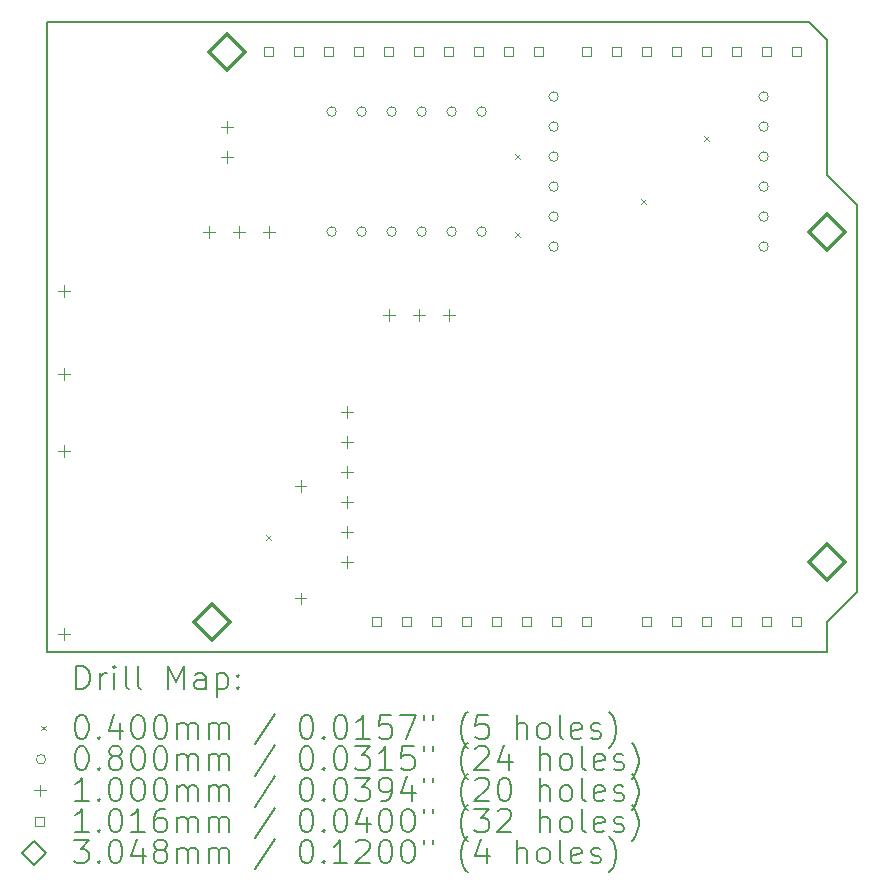
<source format=gbr>
%FSLAX45Y45*%
G04 Gerber Fmt 4.5, Leading zero omitted, Abs format (unit mm)*
G04 Created by KiCad (PCBNEW 6.0.2-378541a8eb~116~ubuntu20.04.1) date 2022-02-14 16:32:25*
%MOMM*%
%LPD*%
G01*
G04 APERTURE LIST*
%TA.AperFunction,Profile*%
%ADD10C,0.150000*%
%TD*%
%ADD11C,0.200000*%
%ADD12C,0.040000*%
%ADD13C,0.080000*%
%ADD14C,0.100000*%
%ADD15C,0.101600*%
%ADD16C,0.304800*%
G04 APERTURE END LIST*
D10*
X17957800Y-8851900D02*
X17703800Y-8597900D01*
X17703800Y-12636500D02*
X17703800Y-12382500D01*
X17703800Y-7454900D02*
X17551400Y-7302500D01*
X17703800Y-12382500D02*
X17957800Y-12128500D01*
X11099800Y-7302500D02*
X11099800Y-12636500D01*
X17957800Y-12128500D02*
X17957800Y-8851900D01*
X11099800Y-12636500D02*
X17703800Y-12636500D01*
X17551400Y-7302500D02*
X11099800Y-7302500D01*
X17703800Y-8597900D02*
X17703800Y-7454900D01*
D11*
D12*
X12959400Y-11651300D02*
X12999400Y-11691300D01*
X12999400Y-11651300D02*
X12959400Y-11691300D01*
X15067600Y-8425500D02*
X15107600Y-8465500D01*
X15107600Y-8425500D02*
X15067600Y-8465500D01*
X15067600Y-9085900D02*
X15107600Y-9125900D01*
X15107600Y-9085900D02*
X15067600Y-9125900D01*
X16134400Y-8806500D02*
X16174400Y-8846500D01*
X16174400Y-8806500D02*
X16134400Y-8846500D01*
X16667800Y-8273100D02*
X16707800Y-8313100D01*
X16707800Y-8273100D02*
X16667800Y-8313100D01*
D13*
X13552800Y-8064500D02*
G75*
G03*
X13552800Y-8064500I-40000J0D01*
G01*
X13552800Y-9080500D02*
G75*
G03*
X13552800Y-9080500I-40000J0D01*
G01*
X13806800Y-8064500D02*
G75*
G03*
X13806800Y-8064500I-40000J0D01*
G01*
X13806800Y-9080500D02*
G75*
G03*
X13806800Y-9080500I-40000J0D01*
G01*
X14060800Y-8064500D02*
G75*
G03*
X14060800Y-8064500I-40000J0D01*
G01*
X14060800Y-9080500D02*
G75*
G03*
X14060800Y-9080500I-40000J0D01*
G01*
X14314800Y-8064500D02*
G75*
G03*
X14314800Y-8064500I-40000J0D01*
G01*
X14314800Y-9080500D02*
G75*
G03*
X14314800Y-9080500I-40000J0D01*
G01*
X14568800Y-8064500D02*
G75*
G03*
X14568800Y-8064500I-40000J0D01*
G01*
X14568800Y-9080500D02*
G75*
G03*
X14568800Y-9080500I-40000J0D01*
G01*
X14822800Y-8064500D02*
G75*
G03*
X14822800Y-8064500I-40000J0D01*
G01*
X14822800Y-9080500D02*
G75*
G03*
X14822800Y-9080500I-40000J0D01*
G01*
X15432400Y-7937500D02*
G75*
G03*
X15432400Y-7937500I-40000J0D01*
G01*
X15432400Y-8191500D02*
G75*
G03*
X15432400Y-8191500I-40000J0D01*
G01*
X15432400Y-8445500D02*
G75*
G03*
X15432400Y-8445500I-40000J0D01*
G01*
X15432400Y-8699500D02*
G75*
G03*
X15432400Y-8699500I-40000J0D01*
G01*
X15432400Y-8953500D02*
G75*
G03*
X15432400Y-8953500I-40000J0D01*
G01*
X15432400Y-9207500D02*
G75*
G03*
X15432400Y-9207500I-40000J0D01*
G01*
X17210400Y-7937500D02*
G75*
G03*
X17210400Y-7937500I-40000J0D01*
G01*
X17210400Y-8191500D02*
G75*
G03*
X17210400Y-8191500I-40000J0D01*
G01*
X17210400Y-8445500D02*
G75*
G03*
X17210400Y-8445500I-40000J0D01*
G01*
X17210400Y-8699500D02*
G75*
G03*
X17210400Y-8699500I-40000J0D01*
G01*
X17210400Y-8953500D02*
G75*
G03*
X17210400Y-8953500I-40000J0D01*
G01*
X17210400Y-9207500D02*
G75*
G03*
X17210400Y-9207500I-40000J0D01*
G01*
D14*
X11249800Y-9536500D02*
X11249800Y-9636500D01*
X11199800Y-9586500D02*
X11299800Y-9586500D01*
X11249800Y-10236500D02*
X11249800Y-10336500D01*
X11199800Y-10286500D02*
X11299800Y-10286500D01*
X11249800Y-10886500D02*
X11249800Y-10986500D01*
X11199800Y-10936500D02*
X11299800Y-10936500D01*
X11249800Y-12436500D02*
X11249800Y-12536500D01*
X11199800Y-12486500D02*
X11299800Y-12486500D01*
X12471400Y-9030500D02*
X12471400Y-9130500D01*
X12421400Y-9080500D02*
X12521400Y-9080500D01*
X12623800Y-8141500D02*
X12623800Y-8241500D01*
X12573800Y-8191500D02*
X12673800Y-8191500D01*
X12623800Y-8395500D02*
X12623800Y-8495500D01*
X12573800Y-8445500D02*
X12673800Y-8445500D01*
X12725400Y-9030500D02*
X12725400Y-9130500D01*
X12675400Y-9080500D02*
X12775400Y-9080500D01*
X12979400Y-9030500D02*
X12979400Y-9130500D01*
X12929400Y-9080500D02*
X13029400Y-9080500D01*
X13249800Y-11186500D02*
X13249800Y-11286500D01*
X13199800Y-11236500D02*
X13299800Y-11236500D01*
X13249800Y-12136500D02*
X13249800Y-12236500D01*
X13199800Y-12186500D02*
X13299800Y-12186500D01*
X13639800Y-10554500D02*
X13639800Y-10654500D01*
X13589800Y-10604500D02*
X13689800Y-10604500D01*
X13639800Y-10808500D02*
X13639800Y-10908500D01*
X13589800Y-10858500D02*
X13689800Y-10858500D01*
X13639800Y-11062500D02*
X13639800Y-11162500D01*
X13589800Y-11112500D02*
X13689800Y-11112500D01*
X13639800Y-11316500D02*
X13639800Y-11416500D01*
X13589800Y-11366500D02*
X13689800Y-11366500D01*
X13639800Y-11570500D02*
X13639800Y-11670500D01*
X13589800Y-11620500D02*
X13689800Y-11620500D01*
X13639800Y-11824500D02*
X13639800Y-11924500D01*
X13589800Y-11874500D02*
X13689800Y-11874500D01*
X13995400Y-9739200D02*
X13995400Y-9839200D01*
X13945400Y-9789200D02*
X14045400Y-9789200D01*
X14249400Y-9739200D02*
X14249400Y-9839200D01*
X14199400Y-9789200D02*
X14299400Y-9789200D01*
X14503400Y-9739200D02*
X14503400Y-9839200D01*
X14453400Y-9789200D02*
X14553400Y-9789200D01*
D15*
X13015321Y-7592421D02*
X13015321Y-7520579D01*
X12943479Y-7520579D01*
X12943479Y-7592421D01*
X13015321Y-7592421D01*
X13269321Y-7592421D02*
X13269321Y-7520579D01*
X13197479Y-7520579D01*
X13197479Y-7592421D01*
X13269321Y-7592421D01*
X13523321Y-7592421D02*
X13523321Y-7520579D01*
X13451479Y-7520579D01*
X13451479Y-7592421D01*
X13523321Y-7592421D01*
X13777321Y-7592421D02*
X13777321Y-7520579D01*
X13705479Y-7520579D01*
X13705479Y-7592421D01*
X13777321Y-7592421D01*
X13929721Y-12418421D02*
X13929721Y-12346579D01*
X13857879Y-12346579D01*
X13857879Y-12418421D01*
X13929721Y-12418421D01*
X14031321Y-7592421D02*
X14031321Y-7520579D01*
X13959479Y-7520579D01*
X13959479Y-7592421D01*
X14031321Y-7592421D01*
X14183721Y-12418421D02*
X14183721Y-12346579D01*
X14111879Y-12346579D01*
X14111879Y-12418421D01*
X14183721Y-12418421D01*
X14285321Y-7592421D02*
X14285321Y-7520579D01*
X14213479Y-7520579D01*
X14213479Y-7592421D01*
X14285321Y-7592421D01*
X14437721Y-12418421D02*
X14437721Y-12346579D01*
X14365879Y-12346579D01*
X14365879Y-12418421D01*
X14437721Y-12418421D01*
X14539321Y-7592421D02*
X14539321Y-7520579D01*
X14467479Y-7520579D01*
X14467479Y-7592421D01*
X14539321Y-7592421D01*
X14691721Y-12418421D02*
X14691721Y-12346579D01*
X14619879Y-12346579D01*
X14619879Y-12418421D01*
X14691721Y-12418421D01*
X14793321Y-7592421D02*
X14793321Y-7520579D01*
X14721479Y-7520579D01*
X14721479Y-7592421D01*
X14793321Y-7592421D01*
X14945721Y-12418421D02*
X14945721Y-12346579D01*
X14873879Y-12346579D01*
X14873879Y-12418421D01*
X14945721Y-12418421D01*
X15047321Y-7592421D02*
X15047321Y-7520579D01*
X14975479Y-7520579D01*
X14975479Y-7592421D01*
X15047321Y-7592421D01*
X15199721Y-12418421D02*
X15199721Y-12346579D01*
X15127879Y-12346579D01*
X15127879Y-12418421D01*
X15199721Y-12418421D01*
X15301321Y-7592421D02*
X15301321Y-7520579D01*
X15229479Y-7520579D01*
X15229479Y-7592421D01*
X15301321Y-7592421D01*
X15453721Y-12418421D02*
X15453721Y-12346579D01*
X15381879Y-12346579D01*
X15381879Y-12418421D01*
X15453721Y-12418421D01*
X15707721Y-7592421D02*
X15707721Y-7520579D01*
X15635879Y-7520579D01*
X15635879Y-7592421D01*
X15707721Y-7592421D01*
X15707721Y-12418421D02*
X15707721Y-12346579D01*
X15635879Y-12346579D01*
X15635879Y-12418421D01*
X15707721Y-12418421D01*
X15961721Y-7592421D02*
X15961721Y-7520579D01*
X15889879Y-7520579D01*
X15889879Y-7592421D01*
X15961721Y-7592421D01*
X16215721Y-7592421D02*
X16215721Y-7520579D01*
X16143879Y-7520579D01*
X16143879Y-7592421D01*
X16215721Y-7592421D01*
X16215721Y-12418421D02*
X16215721Y-12346579D01*
X16143879Y-12346579D01*
X16143879Y-12418421D01*
X16215721Y-12418421D01*
X16469721Y-7592421D02*
X16469721Y-7520579D01*
X16397879Y-7520579D01*
X16397879Y-7592421D01*
X16469721Y-7592421D01*
X16469721Y-12418421D02*
X16469721Y-12346579D01*
X16397879Y-12346579D01*
X16397879Y-12418421D01*
X16469721Y-12418421D01*
X16723721Y-7592421D02*
X16723721Y-7520579D01*
X16651879Y-7520579D01*
X16651879Y-7592421D01*
X16723721Y-7592421D01*
X16723721Y-12418421D02*
X16723721Y-12346579D01*
X16651879Y-12346579D01*
X16651879Y-12418421D01*
X16723721Y-12418421D01*
X16977721Y-7592421D02*
X16977721Y-7520579D01*
X16905879Y-7520579D01*
X16905879Y-7592421D01*
X16977721Y-7592421D01*
X16977721Y-12418421D02*
X16977721Y-12346579D01*
X16905879Y-12346579D01*
X16905879Y-12418421D01*
X16977721Y-12418421D01*
X17231721Y-7592421D02*
X17231721Y-7520579D01*
X17159879Y-7520579D01*
X17159879Y-7592421D01*
X17231721Y-7592421D01*
X17231721Y-12418421D02*
X17231721Y-12346579D01*
X17159879Y-12346579D01*
X17159879Y-12418421D01*
X17231721Y-12418421D01*
X17485721Y-7592421D02*
X17485721Y-7520579D01*
X17413879Y-7520579D01*
X17413879Y-7592421D01*
X17485721Y-7592421D01*
X17485721Y-12418421D02*
X17485721Y-12346579D01*
X17413879Y-12346579D01*
X17413879Y-12418421D01*
X17485721Y-12418421D01*
D16*
X12496800Y-12534900D02*
X12649200Y-12382500D01*
X12496800Y-12230100D01*
X12344400Y-12382500D01*
X12496800Y-12534900D01*
X12623800Y-7708900D02*
X12776200Y-7556500D01*
X12623800Y-7404100D01*
X12471400Y-7556500D01*
X12623800Y-7708900D01*
X17703800Y-9232900D02*
X17856200Y-9080500D01*
X17703800Y-8928100D01*
X17551400Y-9080500D01*
X17703800Y-9232900D01*
X17703800Y-12026900D02*
X17856200Y-11874500D01*
X17703800Y-11722100D01*
X17551400Y-11874500D01*
X17703800Y-12026900D01*
D11*
X11349919Y-12954476D02*
X11349919Y-12754476D01*
X11397538Y-12754476D01*
X11426109Y-12764000D01*
X11445157Y-12783048D01*
X11454681Y-12802095D01*
X11464205Y-12840190D01*
X11464205Y-12868762D01*
X11454681Y-12906857D01*
X11445157Y-12925905D01*
X11426109Y-12944952D01*
X11397538Y-12954476D01*
X11349919Y-12954476D01*
X11549919Y-12954476D02*
X11549919Y-12821143D01*
X11549919Y-12859238D02*
X11559443Y-12840190D01*
X11568967Y-12830667D01*
X11588014Y-12821143D01*
X11607062Y-12821143D01*
X11673728Y-12954476D02*
X11673728Y-12821143D01*
X11673728Y-12754476D02*
X11664205Y-12764000D01*
X11673728Y-12773524D01*
X11683252Y-12764000D01*
X11673728Y-12754476D01*
X11673728Y-12773524D01*
X11797538Y-12954476D02*
X11778490Y-12944952D01*
X11768967Y-12925905D01*
X11768967Y-12754476D01*
X11902300Y-12954476D02*
X11883252Y-12944952D01*
X11873728Y-12925905D01*
X11873728Y-12754476D01*
X12130871Y-12954476D02*
X12130871Y-12754476D01*
X12197538Y-12897333D01*
X12264205Y-12754476D01*
X12264205Y-12954476D01*
X12445157Y-12954476D02*
X12445157Y-12849714D01*
X12435633Y-12830667D01*
X12416586Y-12821143D01*
X12378490Y-12821143D01*
X12359443Y-12830667D01*
X12445157Y-12944952D02*
X12426109Y-12954476D01*
X12378490Y-12954476D01*
X12359443Y-12944952D01*
X12349919Y-12925905D01*
X12349919Y-12906857D01*
X12359443Y-12887809D01*
X12378490Y-12878286D01*
X12426109Y-12878286D01*
X12445157Y-12868762D01*
X12540395Y-12821143D02*
X12540395Y-13021143D01*
X12540395Y-12830667D02*
X12559443Y-12821143D01*
X12597538Y-12821143D01*
X12616586Y-12830667D01*
X12626109Y-12840190D01*
X12635633Y-12859238D01*
X12635633Y-12916381D01*
X12626109Y-12935428D01*
X12616586Y-12944952D01*
X12597538Y-12954476D01*
X12559443Y-12954476D01*
X12540395Y-12944952D01*
X12721348Y-12935428D02*
X12730871Y-12944952D01*
X12721348Y-12954476D01*
X12711824Y-12944952D01*
X12721348Y-12935428D01*
X12721348Y-12954476D01*
X12721348Y-12830667D02*
X12730871Y-12840190D01*
X12721348Y-12849714D01*
X12711824Y-12840190D01*
X12721348Y-12830667D01*
X12721348Y-12849714D01*
D12*
X11052300Y-13264000D02*
X11092300Y-13304000D01*
X11092300Y-13264000D02*
X11052300Y-13304000D01*
D11*
X11388014Y-13174476D02*
X11407062Y-13174476D01*
X11426109Y-13184000D01*
X11435633Y-13193524D01*
X11445157Y-13212571D01*
X11454681Y-13250667D01*
X11454681Y-13298286D01*
X11445157Y-13336381D01*
X11435633Y-13355428D01*
X11426109Y-13364952D01*
X11407062Y-13374476D01*
X11388014Y-13374476D01*
X11368967Y-13364952D01*
X11359443Y-13355428D01*
X11349919Y-13336381D01*
X11340395Y-13298286D01*
X11340395Y-13250667D01*
X11349919Y-13212571D01*
X11359443Y-13193524D01*
X11368967Y-13184000D01*
X11388014Y-13174476D01*
X11540395Y-13355428D02*
X11549919Y-13364952D01*
X11540395Y-13374476D01*
X11530871Y-13364952D01*
X11540395Y-13355428D01*
X11540395Y-13374476D01*
X11721348Y-13241143D02*
X11721348Y-13374476D01*
X11673728Y-13164952D02*
X11626109Y-13307809D01*
X11749919Y-13307809D01*
X11864205Y-13174476D02*
X11883252Y-13174476D01*
X11902300Y-13184000D01*
X11911824Y-13193524D01*
X11921348Y-13212571D01*
X11930871Y-13250667D01*
X11930871Y-13298286D01*
X11921348Y-13336381D01*
X11911824Y-13355428D01*
X11902300Y-13364952D01*
X11883252Y-13374476D01*
X11864205Y-13374476D01*
X11845157Y-13364952D01*
X11835633Y-13355428D01*
X11826109Y-13336381D01*
X11816586Y-13298286D01*
X11816586Y-13250667D01*
X11826109Y-13212571D01*
X11835633Y-13193524D01*
X11845157Y-13184000D01*
X11864205Y-13174476D01*
X12054681Y-13174476D02*
X12073728Y-13174476D01*
X12092776Y-13184000D01*
X12102300Y-13193524D01*
X12111824Y-13212571D01*
X12121348Y-13250667D01*
X12121348Y-13298286D01*
X12111824Y-13336381D01*
X12102300Y-13355428D01*
X12092776Y-13364952D01*
X12073728Y-13374476D01*
X12054681Y-13374476D01*
X12035633Y-13364952D01*
X12026109Y-13355428D01*
X12016586Y-13336381D01*
X12007062Y-13298286D01*
X12007062Y-13250667D01*
X12016586Y-13212571D01*
X12026109Y-13193524D01*
X12035633Y-13184000D01*
X12054681Y-13174476D01*
X12207062Y-13374476D02*
X12207062Y-13241143D01*
X12207062Y-13260190D02*
X12216586Y-13250667D01*
X12235633Y-13241143D01*
X12264205Y-13241143D01*
X12283252Y-13250667D01*
X12292776Y-13269714D01*
X12292776Y-13374476D01*
X12292776Y-13269714D02*
X12302300Y-13250667D01*
X12321348Y-13241143D01*
X12349919Y-13241143D01*
X12368967Y-13250667D01*
X12378490Y-13269714D01*
X12378490Y-13374476D01*
X12473728Y-13374476D02*
X12473728Y-13241143D01*
X12473728Y-13260190D02*
X12483252Y-13250667D01*
X12502300Y-13241143D01*
X12530871Y-13241143D01*
X12549919Y-13250667D01*
X12559443Y-13269714D01*
X12559443Y-13374476D01*
X12559443Y-13269714D02*
X12568967Y-13250667D01*
X12588014Y-13241143D01*
X12616586Y-13241143D01*
X12635633Y-13250667D01*
X12645157Y-13269714D01*
X12645157Y-13374476D01*
X13035633Y-13164952D02*
X12864205Y-13422095D01*
X13292776Y-13174476D02*
X13311824Y-13174476D01*
X13330871Y-13184000D01*
X13340395Y-13193524D01*
X13349919Y-13212571D01*
X13359443Y-13250667D01*
X13359443Y-13298286D01*
X13349919Y-13336381D01*
X13340395Y-13355428D01*
X13330871Y-13364952D01*
X13311824Y-13374476D01*
X13292776Y-13374476D01*
X13273728Y-13364952D01*
X13264205Y-13355428D01*
X13254681Y-13336381D01*
X13245157Y-13298286D01*
X13245157Y-13250667D01*
X13254681Y-13212571D01*
X13264205Y-13193524D01*
X13273728Y-13184000D01*
X13292776Y-13174476D01*
X13445157Y-13355428D02*
X13454681Y-13364952D01*
X13445157Y-13374476D01*
X13435633Y-13364952D01*
X13445157Y-13355428D01*
X13445157Y-13374476D01*
X13578490Y-13174476D02*
X13597538Y-13174476D01*
X13616586Y-13184000D01*
X13626109Y-13193524D01*
X13635633Y-13212571D01*
X13645157Y-13250667D01*
X13645157Y-13298286D01*
X13635633Y-13336381D01*
X13626109Y-13355428D01*
X13616586Y-13364952D01*
X13597538Y-13374476D01*
X13578490Y-13374476D01*
X13559443Y-13364952D01*
X13549919Y-13355428D01*
X13540395Y-13336381D01*
X13530871Y-13298286D01*
X13530871Y-13250667D01*
X13540395Y-13212571D01*
X13549919Y-13193524D01*
X13559443Y-13184000D01*
X13578490Y-13174476D01*
X13835633Y-13374476D02*
X13721348Y-13374476D01*
X13778490Y-13374476D02*
X13778490Y-13174476D01*
X13759443Y-13203048D01*
X13740395Y-13222095D01*
X13721348Y-13231619D01*
X14016586Y-13174476D02*
X13921348Y-13174476D01*
X13911824Y-13269714D01*
X13921348Y-13260190D01*
X13940395Y-13250667D01*
X13988014Y-13250667D01*
X14007062Y-13260190D01*
X14016586Y-13269714D01*
X14026109Y-13288762D01*
X14026109Y-13336381D01*
X14016586Y-13355428D01*
X14007062Y-13364952D01*
X13988014Y-13374476D01*
X13940395Y-13374476D01*
X13921348Y-13364952D01*
X13911824Y-13355428D01*
X14092776Y-13174476D02*
X14226109Y-13174476D01*
X14140395Y-13374476D01*
X14292776Y-13174476D02*
X14292776Y-13212571D01*
X14368967Y-13174476D02*
X14368967Y-13212571D01*
X14664205Y-13450667D02*
X14654681Y-13441143D01*
X14635633Y-13412571D01*
X14626109Y-13393524D01*
X14616586Y-13364952D01*
X14607062Y-13317333D01*
X14607062Y-13279238D01*
X14616586Y-13231619D01*
X14626109Y-13203048D01*
X14635633Y-13184000D01*
X14654681Y-13155428D01*
X14664205Y-13145905D01*
X14835633Y-13174476D02*
X14740395Y-13174476D01*
X14730871Y-13269714D01*
X14740395Y-13260190D01*
X14759443Y-13250667D01*
X14807062Y-13250667D01*
X14826109Y-13260190D01*
X14835633Y-13269714D01*
X14845157Y-13288762D01*
X14845157Y-13336381D01*
X14835633Y-13355428D01*
X14826109Y-13364952D01*
X14807062Y-13374476D01*
X14759443Y-13374476D01*
X14740395Y-13364952D01*
X14730871Y-13355428D01*
X15083252Y-13374476D02*
X15083252Y-13174476D01*
X15168967Y-13374476D02*
X15168967Y-13269714D01*
X15159443Y-13250667D01*
X15140395Y-13241143D01*
X15111824Y-13241143D01*
X15092776Y-13250667D01*
X15083252Y-13260190D01*
X15292776Y-13374476D02*
X15273728Y-13364952D01*
X15264205Y-13355428D01*
X15254681Y-13336381D01*
X15254681Y-13279238D01*
X15264205Y-13260190D01*
X15273728Y-13250667D01*
X15292776Y-13241143D01*
X15321348Y-13241143D01*
X15340395Y-13250667D01*
X15349919Y-13260190D01*
X15359443Y-13279238D01*
X15359443Y-13336381D01*
X15349919Y-13355428D01*
X15340395Y-13364952D01*
X15321348Y-13374476D01*
X15292776Y-13374476D01*
X15473728Y-13374476D02*
X15454681Y-13364952D01*
X15445157Y-13345905D01*
X15445157Y-13174476D01*
X15626109Y-13364952D02*
X15607062Y-13374476D01*
X15568967Y-13374476D01*
X15549919Y-13364952D01*
X15540395Y-13345905D01*
X15540395Y-13269714D01*
X15549919Y-13250667D01*
X15568967Y-13241143D01*
X15607062Y-13241143D01*
X15626109Y-13250667D01*
X15635633Y-13269714D01*
X15635633Y-13288762D01*
X15540395Y-13307809D01*
X15711824Y-13364952D02*
X15730871Y-13374476D01*
X15768967Y-13374476D01*
X15788014Y-13364952D01*
X15797538Y-13345905D01*
X15797538Y-13336381D01*
X15788014Y-13317333D01*
X15768967Y-13307809D01*
X15740395Y-13307809D01*
X15721348Y-13298286D01*
X15711824Y-13279238D01*
X15711824Y-13269714D01*
X15721348Y-13250667D01*
X15740395Y-13241143D01*
X15768967Y-13241143D01*
X15788014Y-13250667D01*
X15864205Y-13450667D02*
X15873728Y-13441143D01*
X15892776Y-13412571D01*
X15902300Y-13393524D01*
X15911824Y-13364952D01*
X15921348Y-13317333D01*
X15921348Y-13279238D01*
X15911824Y-13231619D01*
X15902300Y-13203048D01*
X15892776Y-13184000D01*
X15873728Y-13155428D01*
X15864205Y-13145905D01*
D13*
X11092300Y-13548000D02*
G75*
G03*
X11092300Y-13548000I-40000J0D01*
G01*
D11*
X11388014Y-13438476D02*
X11407062Y-13438476D01*
X11426109Y-13448000D01*
X11435633Y-13457524D01*
X11445157Y-13476571D01*
X11454681Y-13514667D01*
X11454681Y-13562286D01*
X11445157Y-13600381D01*
X11435633Y-13619428D01*
X11426109Y-13628952D01*
X11407062Y-13638476D01*
X11388014Y-13638476D01*
X11368967Y-13628952D01*
X11359443Y-13619428D01*
X11349919Y-13600381D01*
X11340395Y-13562286D01*
X11340395Y-13514667D01*
X11349919Y-13476571D01*
X11359443Y-13457524D01*
X11368967Y-13448000D01*
X11388014Y-13438476D01*
X11540395Y-13619428D02*
X11549919Y-13628952D01*
X11540395Y-13638476D01*
X11530871Y-13628952D01*
X11540395Y-13619428D01*
X11540395Y-13638476D01*
X11664205Y-13524190D02*
X11645157Y-13514667D01*
X11635633Y-13505143D01*
X11626109Y-13486095D01*
X11626109Y-13476571D01*
X11635633Y-13457524D01*
X11645157Y-13448000D01*
X11664205Y-13438476D01*
X11702300Y-13438476D01*
X11721348Y-13448000D01*
X11730871Y-13457524D01*
X11740395Y-13476571D01*
X11740395Y-13486095D01*
X11730871Y-13505143D01*
X11721348Y-13514667D01*
X11702300Y-13524190D01*
X11664205Y-13524190D01*
X11645157Y-13533714D01*
X11635633Y-13543238D01*
X11626109Y-13562286D01*
X11626109Y-13600381D01*
X11635633Y-13619428D01*
X11645157Y-13628952D01*
X11664205Y-13638476D01*
X11702300Y-13638476D01*
X11721348Y-13628952D01*
X11730871Y-13619428D01*
X11740395Y-13600381D01*
X11740395Y-13562286D01*
X11730871Y-13543238D01*
X11721348Y-13533714D01*
X11702300Y-13524190D01*
X11864205Y-13438476D02*
X11883252Y-13438476D01*
X11902300Y-13448000D01*
X11911824Y-13457524D01*
X11921348Y-13476571D01*
X11930871Y-13514667D01*
X11930871Y-13562286D01*
X11921348Y-13600381D01*
X11911824Y-13619428D01*
X11902300Y-13628952D01*
X11883252Y-13638476D01*
X11864205Y-13638476D01*
X11845157Y-13628952D01*
X11835633Y-13619428D01*
X11826109Y-13600381D01*
X11816586Y-13562286D01*
X11816586Y-13514667D01*
X11826109Y-13476571D01*
X11835633Y-13457524D01*
X11845157Y-13448000D01*
X11864205Y-13438476D01*
X12054681Y-13438476D02*
X12073728Y-13438476D01*
X12092776Y-13448000D01*
X12102300Y-13457524D01*
X12111824Y-13476571D01*
X12121348Y-13514667D01*
X12121348Y-13562286D01*
X12111824Y-13600381D01*
X12102300Y-13619428D01*
X12092776Y-13628952D01*
X12073728Y-13638476D01*
X12054681Y-13638476D01*
X12035633Y-13628952D01*
X12026109Y-13619428D01*
X12016586Y-13600381D01*
X12007062Y-13562286D01*
X12007062Y-13514667D01*
X12016586Y-13476571D01*
X12026109Y-13457524D01*
X12035633Y-13448000D01*
X12054681Y-13438476D01*
X12207062Y-13638476D02*
X12207062Y-13505143D01*
X12207062Y-13524190D02*
X12216586Y-13514667D01*
X12235633Y-13505143D01*
X12264205Y-13505143D01*
X12283252Y-13514667D01*
X12292776Y-13533714D01*
X12292776Y-13638476D01*
X12292776Y-13533714D02*
X12302300Y-13514667D01*
X12321348Y-13505143D01*
X12349919Y-13505143D01*
X12368967Y-13514667D01*
X12378490Y-13533714D01*
X12378490Y-13638476D01*
X12473728Y-13638476D02*
X12473728Y-13505143D01*
X12473728Y-13524190D02*
X12483252Y-13514667D01*
X12502300Y-13505143D01*
X12530871Y-13505143D01*
X12549919Y-13514667D01*
X12559443Y-13533714D01*
X12559443Y-13638476D01*
X12559443Y-13533714D02*
X12568967Y-13514667D01*
X12588014Y-13505143D01*
X12616586Y-13505143D01*
X12635633Y-13514667D01*
X12645157Y-13533714D01*
X12645157Y-13638476D01*
X13035633Y-13428952D02*
X12864205Y-13686095D01*
X13292776Y-13438476D02*
X13311824Y-13438476D01*
X13330871Y-13448000D01*
X13340395Y-13457524D01*
X13349919Y-13476571D01*
X13359443Y-13514667D01*
X13359443Y-13562286D01*
X13349919Y-13600381D01*
X13340395Y-13619428D01*
X13330871Y-13628952D01*
X13311824Y-13638476D01*
X13292776Y-13638476D01*
X13273728Y-13628952D01*
X13264205Y-13619428D01*
X13254681Y-13600381D01*
X13245157Y-13562286D01*
X13245157Y-13514667D01*
X13254681Y-13476571D01*
X13264205Y-13457524D01*
X13273728Y-13448000D01*
X13292776Y-13438476D01*
X13445157Y-13619428D02*
X13454681Y-13628952D01*
X13445157Y-13638476D01*
X13435633Y-13628952D01*
X13445157Y-13619428D01*
X13445157Y-13638476D01*
X13578490Y-13438476D02*
X13597538Y-13438476D01*
X13616586Y-13448000D01*
X13626109Y-13457524D01*
X13635633Y-13476571D01*
X13645157Y-13514667D01*
X13645157Y-13562286D01*
X13635633Y-13600381D01*
X13626109Y-13619428D01*
X13616586Y-13628952D01*
X13597538Y-13638476D01*
X13578490Y-13638476D01*
X13559443Y-13628952D01*
X13549919Y-13619428D01*
X13540395Y-13600381D01*
X13530871Y-13562286D01*
X13530871Y-13514667D01*
X13540395Y-13476571D01*
X13549919Y-13457524D01*
X13559443Y-13448000D01*
X13578490Y-13438476D01*
X13711824Y-13438476D02*
X13835633Y-13438476D01*
X13768967Y-13514667D01*
X13797538Y-13514667D01*
X13816586Y-13524190D01*
X13826109Y-13533714D01*
X13835633Y-13552762D01*
X13835633Y-13600381D01*
X13826109Y-13619428D01*
X13816586Y-13628952D01*
X13797538Y-13638476D01*
X13740395Y-13638476D01*
X13721348Y-13628952D01*
X13711824Y-13619428D01*
X14026109Y-13638476D02*
X13911824Y-13638476D01*
X13968967Y-13638476D02*
X13968967Y-13438476D01*
X13949919Y-13467048D01*
X13930871Y-13486095D01*
X13911824Y-13495619D01*
X14207062Y-13438476D02*
X14111824Y-13438476D01*
X14102300Y-13533714D01*
X14111824Y-13524190D01*
X14130871Y-13514667D01*
X14178490Y-13514667D01*
X14197538Y-13524190D01*
X14207062Y-13533714D01*
X14216586Y-13552762D01*
X14216586Y-13600381D01*
X14207062Y-13619428D01*
X14197538Y-13628952D01*
X14178490Y-13638476D01*
X14130871Y-13638476D01*
X14111824Y-13628952D01*
X14102300Y-13619428D01*
X14292776Y-13438476D02*
X14292776Y-13476571D01*
X14368967Y-13438476D02*
X14368967Y-13476571D01*
X14664205Y-13714667D02*
X14654681Y-13705143D01*
X14635633Y-13676571D01*
X14626109Y-13657524D01*
X14616586Y-13628952D01*
X14607062Y-13581333D01*
X14607062Y-13543238D01*
X14616586Y-13495619D01*
X14626109Y-13467048D01*
X14635633Y-13448000D01*
X14654681Y-13419428D01*
X14664205Y-13409905D01*
X14730871Y-13457524D02*
X14740395Y-13448000D01*
X14759443Y-13438476D01*
X14807062Y-13438476D01*
X14826109Y-13448000D01*
X14835633Y-13457524D01*
X14845157Y-13476571D01*
X14845157Y-13495619D01*
X14835633Y-13524190D01*
X14721348Y-13638476D01*
X14845157Y-13638476D01*
X15016586Y-13505143D02*
X15016586Y-13638476D01*
X14968967Y-13428952D02*
X14921348Y-13571809D01*
X15045157Y-13571809D01*
X15273728Y-13638476D02*
X15273728Y-13438476D01*
X15359443Y-13638476D02*
X15359443Y-13533714D01*
X15349919Y-13514667D01*
X15330871Y-13505143D01*
X15302300Y-13505143D01*
X15283252Y-13514667D01*
X15273728Y-13524190D01*
X15483252Y-13638476D02*
X15464205Y-13628952D01*
X15454681Y-13619428D01*
X15445157Y-13600381D01*
X15445157Y-13543238D01*
X15454681Y-13524190D01*
X15464205Y-13514667D01*
X15483252Y-13505143D01*
X15511824Y-13505143D01*
X15530871Y-13514667D01*
X15540395Y-13524190D01*
X15549919Y-13543238D01*
X15549919Y-13600381D01*
X15540395Y-13619428D01*
X15530871Y-13628952D01*
X15511824Y-13638476D01*
X15483252Y-13638476D01*
X15664205Y-13638476D02*
X15645157Y-13628952D01*
X15635633Y-13609905D01*
X15635633Y-13438476D01*
X15816586Y-13628952D02*
X15797538Y-13638476D01*
X15759443Y-13638476D01*
X15740395Y-13628952D01*
X15730871Y-13609905D01*
X15730871Y-13533714D01*
X15740395Y-13514667D01*
X15759443Y-13505143D01*
X15797538Y-13505143D01*
X15816586Y-13514667D01*
X15826109Y-13533714D01*
X15826109Y-13552762D01*
X15730871Y-13571809D01*
X15902300Y-13628952D02*
X15921348Y-13638476D01*
X15959443Y-13638476D01*
X15978490Y-13628952D01*
X15988014Y-13609905D01*
X15988014Y-13600381D01*
X15978490Y-13581333D01*
X15959443Y-13571809D01*
X15930871Y-13571809D01*
X15911824Y-13562286D01*
X15902300Y-13543238D01*
X15902300Y-13533714D01*
X15911824Y-13514667D01*
X15930871Y-13505143D01*
X15959443Y-13505143D01*
X15978490Y-13514667D01*
X16054681Y-13714667D02*
X16064205Y-13705143D01*
X16083252Y-13676571D01*
X16092776Y-13657524D01*
X16102300Y-13628952D01*
X16111824Y-13581333D01*
X16111824Y-13543238D01*
X16102300Y-13495619D01*
X16092776Y-13467048D01*
X16083252Y-13448000D01*
X16064205Y-13419428D01*
X16054681Y-13409905D01*
D14*
X11042300Y-13762000D02*
X11042300Y-13862000D01*
X10992300Y-13812000D02*
X11092300Y-13812000D01*
D11*
X11454681Y-13902476D02*
X11340395Y-13902476D01*
X11397538Y-13902476D02*
X11397538Y-13702476D01*
X11378490Y-13731048D01*
X11359443Y-13750095D01*
X11340395Y-13759619D01*
X11540395Y-13883428D02*
X11549919Y-13892952D01*
X11540395Y-13902476D01*
X11530871Y-13892952D01*
X11540395Y-13883428D01*
X11540395Y-13902476D01*
X11673728Y-13702476D02*
X11692776Y-13702476D01*
X11711824Y-13712000D01*
X11721348Y-13721524D01*
X11730871Y-13740571D01*
X11740395Y-13778667D01*
X11740395Y-13826286D01*
X11730871Y-13864381D01*
X11721348Y-13883428D01*
X11711824Y-13892952D01*
X11692776Y-13902476D01*
X11673728Y-13902476D01*
X11654681Y-13892952D01*
X11645157Y-13883428D01*
X11635633Y-13864381D01*
X11626109Y-13826286D01*
X11626109Y-13778667D01*
X11635633Y-13740571D01*
X11645157Y-13721524D01*
X11654681Y-13712000D01*
X11673728Y-13702476D01*
X11864205Y-13702476D02*
X11883252Y-13702476D01*
X11902300Y-13712000D01*
X11911824Y-13721524D01*
X11921348Y-13740571D01*
X11930871Y-13778667D01*
X11930871Y-13826286D01*
X11921348Y-13864381D01*
X11911824Y-13883428D01*
X11902300Y-13892952D01*
X11883252Y-13902476D01*
X11864205Y-13902476D01*
X11845157Y-13892952D01*
X11835633Y-13883428D01*
X11826109Y-13864381D01*
X11816586Y-13826286D01*
X11816586Y-13778667D01*
X11826109Y-13740571D01*
X11835633Y-13721524D01*
X11845157Y-13712000D01*
X11864205Y-13702476D01*
X12054681Y-13702476D02*
X12073728Y-13702476D01*
X12092776Y-13712000D01*
X12102300Y-13721524D01*
X12111824Y-13740571D01*
X12121348Y-13778667D01*
X12121348Y-13826286D01*
X12111824Y-13864381D01*
X12102300Y-13883428D01*
X12092776Y-13892952D01*
X12073728Y-13902476D01*
X12054681Y-13902476D01*
X12035633Y-13892952D01*
X12026109Y-13883428D01*
X12016586Y-13864381D01*
X12007062Y-13826286D01*
X12007062Y-13778667D01*
X12016586Y-13740571D01*
X12026109Y-13721524D01*
X12035633Y-13712000D01*
X12054681Y-13702476D01*
X12207062Y-13902476D02*
X12207062Y-13769143D01*
X12207062Y-13788190D02*
X12216586Y-13778667D01*
X12235633Y-13769143D01*
X12264205Y-13769143D01*
X12283252Y-13778667D01*
X12292776Y-13797714D01*
X12292776Y-13902476D01*
X12292776Y-13797714D02*
X12302300Y-13778667D01*
X12321348Y-13769143D01*
X12349919Y-13769143D01*
X12368967Y-13778667D01*
X12378490Y-13797714D01*
X12378490Y-13902476D01*
X12473728Y-13902476D02*
X12473728Y-13769143D01*
X12473728Y-13788190D02*
X12483252Y-13778667D01*
X12502300Y-13769143D01*
X12530871Y-13769143D01*
X12549919Y-13778667D01*
X12559443Y-13797714D01*
X12559443Y-13902476D01*
X12559443Y-13797714D02*
X12568967Y-13778667D01*
X12588014Y-13769143D01*
X12616586Y-13769143D01*
X12635633Y-13778667D01*
X12645157Y-13797714D01*
X12645157Y-13902476D01*
X13035633Y-13692952D02*
X12864205Y-13950095D01*
X13292776Y-13702476D02*
X13311824Y-13702476D01*
X13330871Y-13712000D01*
X13340395Y-13721524D01*
X13349919Y-13740571D01*
X13359443Y-13778667D01*
X13359443Y-13826286D01*
X13349919Y-13864381D01*
X13340395Y-13883428D01*
X13330871Y-13892952D01*
X13311824Y-13902476D01*
X13292776Y-13902476D01*
X13273728Y-13892952D01*
X13264205Y-13883428D01*
X13254681Y-13864381D01*
X13245157Y-13826286D01*
X13245157Y-13778667D01*
X13254681Y-13740571D01*
X13264205Y-13721524D01*
X13273728Y-13712000D01*
X13292776Y-13702476D01*
X13445157Y-13883428D02*
X13454681Y-13892952D01*
X13445157Y-13902476D01*
X13435633Y-13892952D01*
X13445157Y-13883428D01*
X13445157Y-13902476D01*
X13578490Y-13702476D02*
X13597538Y-13702476D01*
X13616586Y-13712000D01*
X13626109Y-13721524D01*
X13635633Y-13740571D01*
X13645157Y-13778667D01*
X13645157Y-13826286D01*
X13635633Y-13864381D01*
X13626109Y-13883428D01*
X13616586Y-13892952D01*
X13597538Y-13902476D01*
X13578490Y-13902476D01*
X13559443Y-13892952D01*
X13549919Y-13883428D01*
X13540395Y-13864381D01*
X13530871Y-13826286D01*
X13530871Y-13778667D01*
X13540395Y-13740571D01*
X13549919Y-13721524D01*
X13559443Y-13712000D01*
X13578490Y-13702476D01*
X13711824Y-13702476D02*
X13835633Y-13702476D01*
X13768967Y-13778667D01*
X13797538Y-13778667D01*
X13816586Y-13788190D01*
X13826109Y-13797714D01*
X13835633Y-13816762D01*
X13835633Y-13864381D01*
X13826109Y-13883428D01*
X13816586Y-13892952D01*
X13797538Y-13902476D01*
X13740395Y-13902476D01*
X13721348Y-13892952D01*
X13711824Y-13883428D01*
X13930871Y-13902476D02*
X13968967Y-13902476D01*
X13988014Y-13892952D01*
X13997538Y-13883428D01*
X14016586Y-13854857D01*
X14026109Y-13816762D01*
X14026109Y-13740571D01*
X14016586Y-13721524D01*
X14007062Y-13712000D01*
X13988014Y-13702476D01*
X13949919Y-13702476D01*
X13930871Y-13712000D01*
X13921348Y-13721524D01*
X13911824Y-13740571D01*
X13911824Y-13788190D01*
X13921348Y-13807238D01*
X13930871Y-13816762D01*
X13949919Y-13826286D01*
X13988014Y-13826286D01*
X14007062Y-13816762D01*
X14016586Y-13807238D01*
X14026109Y-13788190D01*
X14197538Y-13769143D02*
X14197538Y-13902476D01*
X14149919Y-13692952D02*
X14102300Y-13835809D01*
X14226109Y-13835809D01*
X14292776Y-13702476D02*
X14292776Y-13740571D01*
X14368967Y-13702476D02*
X14368967Y-13740571D01*
X14664205Y-13978667D02*
X14654681Y-13969143D01*
X14635633Y-13940571D01*
X14626109Y-13921524D01*
X14616586Y-13892952D01*
X14607062Y-13845333D01*
X14607062Y-13807238D01*
X14616586Y-13759619D01*
X14626109Y-13731048D01*
X14635633Y-13712000D01*
X14654681Y-13683428D01*
X14664205Y-13673905D01*
X14730871Y-13721524D02*
X14740395Y-13712000D01*
X14759443Y-13702476D01*
X14807062Y-13702476D01*
X14826109Y-13712000D01*
X14835633Y-13721524D01*
X14845157Y-13740571D01*
X14845157Y-13759619D01*
X14835633Y-13788190D01*
X14721348Y-13902476D01*
X14845157Y-13902476D01*
X14968967Y-13702476D02*
X14988014Y-13702476D01*
X15007062Y-13712000D01*
X15016586Y-13721524D01*
X15026109Y-13740571D01*
X15035633Y-13778667D01*
X15035633Y-13826286D01*
X15026109Y-13864381D01*
X15016586Y-13883428D01*
X15007062Y-13892952D01*
X14988014Y-13902476D01*
X14968967Y-13902476D01*
X14949919Y-13892952D01*
X14940395Y-13883428D01*
X14930871Y-13864381D01*
X14921348Y-13826286D01*
X14921348Y-13778667D01*
X14930871Y-13740571D01*
X14940395Y-13721524D01*
X14949919Y-13712000D01*
X14968967Y-13702476D01*
X15273728Y-13902476D02*
X15273728Y-13702476D01*
X15359443Y-13902476D02*
X15359443Y-13797714D01*
X15349919Y-13778667D01*
X15330871Y-13769143D01*
X15302300Y-13769143D01*
X15283252Y-13778667D01*
X15273728Y-13788190D01*
X15483252Y-13902476D02*
X15464205Y-13892952D01*
X15454681Y-13883428D01*
X15445157Y-13864381D01*
X15445157Y-13807238D01*
X15454681Y-13788190D01*
X15464205Y-13778667D01*
X15483252Y-13769143D01*
X15511824Y-13769143D01*
X15530871Y-13778667D01*
X15540395Y-13788190D01*
X15549919Y-13807238D01*
X15549919Y-13864381D01*
X15540395Y-13883428D01*
X15530871Y-13892952D01*
X15511824Y-13902476D01*
X15483252Y-13902476D01*
X15664205Y-13902476D02*
X15645157Y-13892952D01*
X15635633Y-13873905D01*
X15635633Y-13702476D01*
X15816586Y-13892952D02*
X15797538Y-13902476D01*
X15759443Y-13902476D01*
X15740395Y-13892952D01*
X15730871Y-13873905D01*
X15730871Y-13797714D01*
X15740395Y-13778667D01*
X15759443Y-13769143D01*
X15797538Y-13769143D01*
X15816586Y-13778667D01*
X15826109Y-13797714D01*
X15826109Y-13816762D01*
X15730871Y-13835809D01*
X15902300Y-13892952D02*
X15921348Y-13902476D01*
X15959443Y-13902476D01*
X15978490Y-13892952D01*
X15988014Y-13873905D01*
X15988014Y-13864381D01*
X15978490Y-13845333D01*
X15959443Y-13835809D01*
X15930871Y-13835809D01*
X15911824Y-13826286D01*
X15902300Y-13807238D01*
X15902300Y-13797714D01*
X15911824Y-13778667D01*
X15930871Y-13769143D01*
X15959443Y-13769143D01*
X15978490Y-13778667D01*
X16054681Y-13978667D02*
X16064205Y-13969143D01*
X16083252Y-13940571D01*
X16092776Y-13921524D01*
X16102300Y-13892952D01*
X16111824Y-13845333D01*
X16111824Y-13807238D01*
X16102300Y-13759619D01*
X16092776Y-13731048D01*
X16083252Y-13712000D01*
X16064205Y-13683428D01*
X16054681Y-13673905D01*
D15*
X11077421Y-14111921D02*
X11077421Y-14040079D01*
X11005579Y-14040079D01*
X11005579Y-14111921D01*
X11077421Y-14111921D01*
D11*
X11454681Y-14166476D02*
X11340395Y-14166476D01*
X11397538Y-14166476D02*
X11397538Y-13966476D01*
X11378490Y-13995048D01*
X11359443Y-14014095D01*
X11340395Y-14023619D01*
X11540395Y-14147428D02*
X11549919Y-14156952D01*
X11540395Y-14166476D01*
X11530871Y-14156952D01*
X11540395Y-14147428D01*
X11540395Y-14166476D01*
X11673728Y-13966476D02*
X11692776Y-13966476D01*
X11711824Y-13976000D01*
X11721348Y-13985524D01*
X11730871Y-14004571D01*
X11740395Y-14042667D01*
X11740395Y-14090286D01*
X11730871Y-14128381D01*
X11721348Y-14147428D01*
X11711824Y-14156952D01*
X11692776Y-14166476D01*
X11673728Y-14166476D01*
X11654681Y-14156952D01*
X11645157Y-14147428D01*
X11635633Y-14128381D01*
X11626109Y-14090286D01*
X11626109Y-14042667D01*
X11635633Y-14004571D01*
X11645157Y-13985524D01*
X11654681Y-13976000D01*
X11673728Y-13966476D01*
X11930871Y-14166476D02*
X11816586Y-14166476D01*
X11873728Y-14166476D02*
X11873728Y-13966476D01*
X11854681Y-13995048D01*
X11835633Y-14014095D01*
X11816586Y-14023619D01*
X12102300Y-13966476D02*
X12064205Y-13966476D01*
X12045157Y-13976000D01*
X12035633Y-13985524D01*
X12016586Y-14014095D01*
X12007062Y-14052190D01*
X12007062Y-14128381D01*
X12016586Y-14147428D01*
X12026109Y-14156952D01*
X12045157Y-14166476D01*
X12083252Y-14166476D01*
X12102300Y-14156952D01*
X12111824Y-14147428D01*
X12121348Y-14128381D01*
X12121348Y-14080762D01*
X12111824Y-14061714D01*
X12102300Y-14052190D01*
X12083252Y-14042667D01*
X12045157Y-14042667D01*
X12026109Y-14052190D01*
X12016586Y-14061714D01*
X12007062Y-14080762D01*
X12207062Y-14166476D02*
X12207062Y-14033143D01*
X12207062Y-14052190D02*
X12216586Y-14042667D01*
X12235633Y-14033143D01*
X12264205Y-14033143D01*
X12283252Y-14042667D01*
X12292776Y-14061714D01*
X12292776Y-14166476D01*
X12292776Y-14061714D02*
X12302300Y-14042667D01*
X12321348Y-14033143D01*
X12349919Y-14033143D01*
X12368967Y-14042667D01*
X12378490Y-14061714D01*
X12378490Y-14166476D01*
X12473728Y-14166476D02*
X12473728Y-14033143D01*
X12473728Y-14052190D02*
X12483252Y-14042667D01*
X12502300Y-14033143D01*
X12530871Y-14033143D01*
X12549919Y-14042667D01*
X12559443Y-14061714D01*
X12559443Y-14166476D01*
X12559443Y-14061714D02*
X12568967Y-14042667D01*
X12588014Y-14033143D01*
X12616586Y-14033143D01*
X12635633Y-14042667D01*
X12645157Y-14061714D01*
X12645157Y-14166476D01*
X13035633Y-13956952D02*
X12864205Y-14214095D01*
X13292776Y-13966476D02*
X13311824Y-13966476D01*
X13330871Y-13976000D01*
X13340395Y-13985524D01*
X13349919Y-14004571D01*
X13359443Y-14042667D01*
X13359443Y-14090286D01*
X13349919Y-14128381D01*
X13340395Y-14147428D01*
X13330871Y-14156952D01*
X13311824Y-14166476D01*
X13292776Y-14166476D01*
X13273728Y-14156952D01*
X13264205Y-14147428D01*
X13254681Y-14128381D01*
X13245157Y-14090286D01*
X13245157Y-14042667D01*
X13254681Y-14004571D01*
X13264205Y-13985524D01*
X13273728Y-13976000D01*
X13292776Y-13966476D01*
X13445157Y-14147428D02*
X13454681Y-14156952D01*
X13445157Y-14166476D01*
X13435633Y-14156952D01*
X13445157Y-14147428D01*
X13445157Y-14166476D01*
X13578490Y-13966476D02*
X13597538Y-13966476D01*
X13616586Y-13976000D01*
X13626109Y-13985524D01*
X13635633Y-14004571D01*
X13645157Y-14042667D01*
X13645157Y-14090286D01*
X13635633Y-14128381D01*
X13626109Y-14147428D01*
X13616586Y-14156952D01*
X13597538Y-14166476D01*
X13578490Y-14166476D01*
X13559443Y-14156952D01*
X13549919Y-14147428D01*
X13540395Y-14128381D01*
X13530871Y-14090286D01*
X13530871Y-14042667D01*
X13540395Y-14004571D01*
X13549919Y-13985524D01*
X13559443Y-13976000D01*
X13578490Y-13966476D01*
X13816586Y-14033143D02*
X13816586Y-14166476D01*
X13768967Y-13956952D02*
X13721348Y-14099809D01*
X13845157Y-14099809D01*
X13959443Y-13966476D02*
X13978490Y-13966476D01*
X13997538Y-13976000D01*
X14007062Y-13985524D01*
X14016586Y-14004571D01*
X14026109Y-14042667D01*
X14026109Y-14090286D01*
X14016586Y-14128381D01*
X14007062Y-14147428D01*
X13997538Y-14156952D01*
X13978490Y-14166476D01*
X13959443Y-14166476D01*
X13940395Y-14156952D01*
X13930871Y-14147428D01*
X13921348Y-14128381D01*
X13911824Y-14090286D01*
X13911824Y-14042667D01*
X13921348Y-14004571D01*
X13930871Y-13985524D01*
X13940395Y-13976000D01*
X13959443Y-13966476D01*
X14149919Y-13966476D02*
X14168967Y-13966476D01*
X14188014Y-13976000D01*
X14197538Y-13985524D01*
X14207062Y-14004571D01*
X14216586Y-14042667D01*
X14216586Y-14090286D01*
X14207062Y-14128381D01*
X14197538Y-14147428D01*
X14188014Y-14156952D01*
X14168967Y-14166476D01*
X14149919Y-14166476D01*
X14130871Y-14156952D01*
X14121348Y-14147428D01*
X14111824Y-14128381D01*
X14102300Y-14090286D01*
X14102300Y-14042667D01*
X14111824Y-14004571D01*
X14121348Y-13985524D01*
X14130871Y-13976000D01*
X14149919Y-13966476D01*
X14292776Y-13966476D02*
X14292776Y-14004571D01*
X14368967Y-13966476D02*
X14368967Y-14004571D01*
X14664205Y-14242667D02*
X14654681Y-14233143D01*
X14635633Y-14204571D01*
X14626109Y-14185524D01*
X14616586Y-14156952D01*
X14607062Y-14109333D01*
X14607062Y-14071238D01*
X14616586Y-14023619D01*
X14626109Y-13995048D01*
X14635633Y-13976000D01*
X14654681Y-13947428D01*
X14664205Y-13937905D01*
X14721348Y-13966476D02*
X14845157Y-13966476D01*
X14778490Y-14042667D01*
X14807062Y-14042667D01*
X14826109Y-14052190D01*
X14835633Y-14061714D01*
X14845157Y-14080762D01*
X14845157Y-14128381D01*
X14835633Y-14147428D01*
X14826109Y-14156952D01*
X14807062Y-14166476D01*
X14749919Y-14166476D01*
X14730871Y-14156952D01*
X14721348Y-14147428D01*
X14921348Y-13985524D02*
X14930871Y-13976000D01*
X14949919Y-13966476D01*
X14997538Y-13966476D01*
X15016586Y-13976000D01*
X15026109Y-13985524D01*
X15035633Y-14004571D01*
X15035633Y-14023619D01*
X15026109Y-14052190D01*
X14911824Y-14166476D01*
X15035633Y-14166476D01*
X15273728Y-14166476D02*
X15273728Y-13966476D01*
X15359443Y-14166476D02*
X15359443Y-14061714D01*
X15349919Y-14042667D01*
X15330871Y-14033143D01*
X15302300Y-14033143D01*
X15283252Y-14042667D01*
X15273728Y-14052190D01*
X15483252Y-14166476D02*
X15464205Y-14156952D01*
X15454681Y-14147428D01*
X15445157Y-14128381D01*
X15445157Y-14071238D01*
X15454681Y-14052190D01*
X15464205Y-14042667D01*
X15483252Y-14033143D01*
X15511824Y-14033143D01*
X15530871Y-14042667D01*
X15540395Y-14052190D01*
X15549919Y-14071238D01*
X15549919Y-14128381D01*
X15540395Y-14147428D01*
X15530871Y-14156952D01*
X15511824Y-14166476D01*
X15483252Y-14166476D01*
X15664205Y-14166476D02*
X15645157Y-14156952D01*
X15635633Y-14137905D01*
X15635633Y-13966476D01*
X15816586Y-14156952D02*
X15797538Y-14166476D01*
X15759443Y-14166476D01*
X15740395Y-14156952D01*
X15730871Y-14137905D01*
X15730871Y-14061714D01*
X15740395Y-14042667D01*
X15759443Y-14033143D01*
X15797538Y-14033143D01*
X15816586Y-14042667D01*
X15826109Y-14061714D01*
X15826109Y-14080762D01*
X15730871Y-14099809D01*
X15902300Y-14156952D02*
X15921348Y-14166476D01*
X15959443Y-14166476D01*
X15978490Y-14156952D01*
X15988014Y-14137905D01*
X15988014Y-14128381D01*
X15978490Y-14109333D01*
X15959443Y-14099809D01*
X15930871Y-14099809D01*
X15911824Y-14090286D01*
X15902300Y-14071238D01*
X15902300Y-14061714D01*
X15911824Y-14042667D01*
X15930871Y-14033143D01*
X15959443Y-14033143D01*
X15978490Y-14042667D01*
X16054681Y-14242667D02*
X16064205Y-14233143D01*
X16083252Y-14204571D01*
X16092776Y-14185524D01*
X16102300Y-14156952D01*
X16111824Y-14109333D01*
X16111824Y-14071238D01*
X16102300Y-14023619D01*
X16092776Y-13995048D01*
X16083252Y-13976000D01*
X16064205Y-13947428D01*
X16054681Y-13937905D01*
X10992300Y-14440000D02*
X11092300Y-14340000D01*
X10992300Y-14240000D01*
X10892300Y-14340000D01*
X10992300Y-14440000D01*
X11330871Y-14230476D02*
X11454681Y-14230476D01*
X11388014Y-14306667D01*
X11416586Y-14306667D01*
X11435633Y-14316190D01*
X11445157Y-14325714D01*
X11454681Y-14344762D01*
X11454681Y-14392381D01*
X11445157Y-14411428D01*
X11435633Y-14420952D01*
X11416586Y-14430476D01*
X11359443Y-14430476D01*
X11340395Y-14420952D01*
X11330871Y-14411428D01*
X11540395Y-14411428D02*
X11549919Y-14420952D01*
X11540395Y-14430476D01*
X11530871Y-14420952D01*
X11540395Y-14411428D01*
X11540395Y-14430476D01*
X11673728Y-14230476D02*
X11692776Y-14230476D01*
X11711824Y-14240000D01*
X11721348Y-14249524D01*
X11730871Y-14268571D01*
X11740395Y-14306667D01*
X11740395Y-14354286D01*
X11730871Y-14392381D01*
X11721348Y-14411428D01*
X11711824Y-14420952D01*
X11692776Y-14430476D01*
X11673728Y-14430476D01*
X11654681Y-14420952D01*
X11645157Y-14411428D01*
X11635633Y-14392381D01*
X11626109Y-14354286D01*
X11626109Y-14306667D01*
X11635633Y-14268571D01*
X11645157Y-14249524D01*
X11654681Y-14240000D01*
X11673728Y-14230476D01*
X11911824Y-14297143D02*
X11911824Y-14430476D01*
X11864205Y-14220952D02*
X11816586Y-14363809D01*
X11940395Y-14363809D01*
X12045157Y-14316190D02*
X12026109Y-14306667D01*
X12016586Y-14297143D01*
X12007062Y-14278095D01*
X12007062Y-14268571D01*
X12016586Y-14249524D01*
X12026109Y-14240000D01*
X12045157Y-14230476D01*
X12083252Y-14230476D01*
X12102300Y-14240000D01*
X12111824Y-14249524D01*
X12121348Y-14268571D01*
X12121348Y-14278095D01*
X12111824Y-14297143D01*
X12102300Y-14306667D01*
X12083252Y-14316190D01*
X12045157Y-14316190D01*
X12026109Y-14325714D01*
X12016586Y-14335238D01*
X12007062Y-14354286D01*
X12007062Y-14392381D01*
X12016586Y-14411428D01*
X12026109Y-14420952D01*
X12045157Y-14430476D01*
X12083252Y-14430476D01*
X12102300Y-14420952D01*
X12111824Y-14411428D01*
X12121348Y-14392381D01*
X12121348Y-14354286D01*
X12111824Y-14335238D01*
X12102300Y-14325714D01*
X12083252Y-14316190D01*
X12207062Y-14430476D02*
X12207062Y-14297143D01*
X12207062Y-14316190D02*
X12216586Y-14306667D01*
X12235633Y-14297143D01*
X12264205Y-14297143D01*
X12283252Y-14306667D01*
X12292776Y-14325714D01*
X12292776Y-14430476D01*
X12292776Y-14325714D02*
X12302300Y-14306667D01*
X12321348Y-14297143D01*
X12349919Y-14297143D01*
X12368967Y-14306667D01*
X12378490Y-14325714D01*
X12378490Y-14430476D01*
X12473728Y-14430476D02*
X12473728Y-14297143D01*
X12473728Y-14316190D02*
X12483252Y-14306667D01*
X12502300Y-14297143D01*
X12530871Y-14297143D01*
X12549919Y-14306667D01*
X12559443Y-14325714D01*
X12559443Y-14430476D01*
X12559443Y-14325714D02*
X12568967Y-14306667D01*
X12588014Y-14297143D01*
X12616586Y-14297143D01*
X12635633Y-14306667D01*
X12645157Y-14325714D01*
X12645157Y-14430476D01*
X13035633Y-14220952D02*
X12864205Y-14478095D01*
X13292776Y-14230476D02*
X13311824Y-14230476D01*
X13330871Y-14240000D01*
X13340395Y-14249524D01*
X13349919Y-14268571D01*
X13359443Y-14306667D01*
X13359443Y-14354286D01*
X13349919Y-14392381D01*
X13340395Y-14411428D01*
X13330871Y-14420952D01*
X13311824Y-14430476D01*
X13292776Y-14430476D01*
X13273728Y-14420952D01*
X13264205Y-14411428D01*
X13254681Y-14392381D01*
X13245157Y-14354286D01*
X13245157Y-14306667D01*
X13254681Y-14268571D01*
X13264205Y-14249524D01*
X13273728Y-14240000D01*
X13292776Y-14230476D01*
X13445157Y-14411428D02*
X13454681Y-14420952D01*
X13445157Y-14430476D01*
X13435633Y-14420952D01*
X13445157Y-14411428D01*
X13445157Y-14430476D01*
X13645157Y-14430476D02*
X13530871Y-14430476D01*
X13588014Y-14430476D02*
X13588014Y-14230476D01*
X13568967Y-14259048D01*
X13549919Y-14278095D01*
X13530871Y-14287619D01*
X13721348Y-14249524D02*
X13730871Y-14240000D01*
X13749919Y-14230476D01*
X13797538Y-14230476D01*
X13816586Y-14240000D01*
X13826109Y-14249524D01*
X13835633Y-14268571D01*
X13835633Y-14287619D01*
X13826109Y-14316190D01*
X13711824Y-14430476D01*
X13835633Y-14430476D01*
X13959443Y-14230476D02*
X13978490Y-14230476D01*
X13997538Y-14240000D01*
X14007062Y-14249524D01*
X14016586Y-14268571D01*
X14026109Y-14306667D01*
X14026109Y-14354286D01*
X14016586Y-14392381D01*
X14007062Y-14411428D01*
X13997538Y-14420952D01*
X13978490Y-14430476D01*
X13959443Y-14430476D01*
X13940395Y-14420952D01*
X13930871Y-14411428D01*
X13921348Y-14392381D01*
X13911824Y-14354286D01*
X13911824Y-14306667D01*
X13921348Y-14268571D01*
X13930871Y-14249524D01*
X13940395Y-14240000D01*
X13959443Y-14230476D01*
X14149919Y-14230476D02*
X14168967Y-14230476D01*
X14188014Y-14240000D01*
X14197538Y-14249524D01*
X14207062Y-14268571D01*
X14216586Y-14306667D01*
X14216586Y-14354286D01*
X14207062Y-14392381D01*
X14197538Y-14411428D01*
X14188014Y-14420952D01*
X14168967Y-14430476D01*
X14149919Y-14430476D01*
X14130871Y-14420952D01*
X14121348Y-14411428D01*
X14111824Y-14392381D01*
X14102300Y-14354286D01*
X14102300Y-14306667D01*
X14111824Y-14268571D01*
X14121348Y-14249524D01*
X14130871Y-14240000D01*
X14149919Y-14230476D01*
X14292776Y-14230476D02*
X14292776Y-14268571D01*
X14368967Y-14230476D02*
X14368967Y-14268571D01*
X14664205Y-14506667D02*
X14654681Y-14497143D01*
X14635633Y-14468571D01*
X14626109Y-14449524D01*
X14616586Y-14420952D01*
X14607062Y-14373333D01*
X14607062Y-14335238D01*
X14616586Y-14287619D01*
X14626109Y-14259048D01*
X14635633Y-14240000D01*
X14654681Y-14211428D01*
X14664205Y-14201905D01*
X14826109Y-14297143D02*
X14826109Y-14430476D01*
X14778490Y-14220952D02*
X14730871Y-14363809D01*
X14854681Y-14363809D01*
X15083252Y-14430476D02*
X15083252Y-14230476D01*
X15168967Y-14430476D02*
X15168967Y-14325714D01*
X15159443Y-14306667D01*
X15140395Y-14297143D01*
X15111824Y-14297143D01*
X15092776Y-14306667D01*
X15083252Y-14316190D01*
X15292776Y-14430476D02*
X15273728Y-14420952D01*
X15264205Y-14411428D01*
X15254681Y-14392381D01*
X15254681Y-14335238D01*
X15264205Y-14316190D01*
X15273728Y-14306667D01*
X15292776Y-14297143D01*
X15321348Y-14297143D01*
X15340395Y-14306667D01*
X15349919Y-14316190D01*
X15359443Y-14335238D01*
X15359443Y-14392381D01*
X15349919Y-14411428D01*
X15340395Y-14420952D01*
X15321348Y-14430476D01*
X15292776Y-14430476D01*
X15473728Y-14430476D02*
X15454681Y-14420952D01*
X15445157Y-14401905D01*
X15445157Y-14230476D01*
X15626109Y-14420952D02*
X15607062Y-14430476D01*
X15568967Y-14430476D01*
X15549919Y-14420952D01*
X15540395Y-14401905D01*
X15540395Y-14325714D01*
X15549919Y-14306667D01*
X15568967Y-14297143D01*
X15607062Y-14297143D01*
X15626109Y-14306667D01*
X15635633Y-14325714D01*
X15635633Y-14344762D01*
X15540395Y-14363809D01*
X15711824Y-14420952D02*
X15730871Y-14430476D01*
X15768967Y-14430476D01*
X15788014Y-14420952D01*
X15797538Y-14401905D01*
X15797538Y-14392381D01*
X15788014Y-14373333D01*
X15768967Y-14363809D01*
X15740395Y-14363809D01*
X15721348Y-14354286D01*
X15711824Y-14335238D01*
X15711824Y-14325714D01*
X15721348Y-14306667D01*
X15740395Y-14297143D01*
X15768967Y-14297143D01*
X15788014Y-14306667D01*
X15864205Y-14506667D02*
X15873728Y-14497143D01*
X15892776Y-14468571D01*
X15902300Y-14449524D01*
X15911824Y-14420952D01*
X15921348Y-14373333D01*
X15921348Y-14335238D01*
X15911824Y-14287619D01*
X15902300Y-14259048D01*
X15892776Y-14240000D01*
X15873728Y-14211428D01*
X15864205Y-14201905D01*
M02*

</source>
